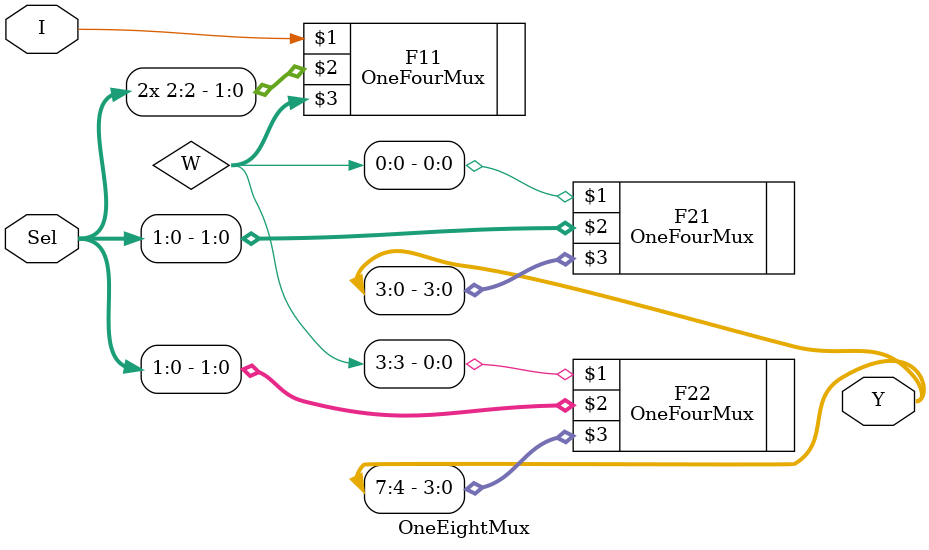
<source format=v>
`include "../OneFourMUX/module.v"

module OneEightMux (
    input I,
    input [2:0] Sel,
    output [7:0] Y
);

  //   assign Y[0] = (!Sel[2]) * (!Sel[1]) * (!Sel[0]) * I;
  //   assign Y[1] = (!Sel[2]) * (!Sel[1]) * (Sel[0]) * I;
  //   assign Y[2] = (!Sel[2]) * (Sel[1]) * (!Sel[0]) * I;
  //   assign Y[3] = (!Sel[2]) * (Sel[1]) * (Sel[0]) * I;
  //   assign Y[4] = (Sel[2]) * (!Sel[1]) * (!Sel[0]) * I;
  //   assign Y[5] = (Sel[2]) * (!Sel[1]) * (Sel[0]) * I;
  //   assign Y[6] = (Sel[2]) * (Sel[1]) * (!Sel[0]) * I;
  //   assign Y[7] = (Sel[2]) * (Sel[1]) * (Sel[0]) * I;

  //   Using 1:2 DeMUX
  //   wire [1:0] W11;
  //   wire [1:0] W21;
  //   wire [1:0] W22;

  //   OneTwoMux T11 (
  //       I,
  //       Sel[2],
  //       W11
  //   );

  //   OneTwoMux T21 (
  //       W11[0],
  //       Sel[1],
  //       W21
  //   );

  //   OneTwoMux T22 (
  //       W11[1],
  //       Sel[1],
  //       W22
  //   );

  //   OneTwoMux T31 (
  //       W21[0],
  //       Sel[0],
  //       Y[1:0]
  //   );
  //   OneTwoMux T32 (
  //       W21[1],
  //       Sel[0],
  //       Y[3:2]
  //   );
  //   OneTwoMux T33 (
  //       W22[0],
  //       Sel[0],
  //       Y[5:4]
  //   );
  //   OneTwoMux T34 (
  //       W22[1],
  //       Sel[0],
  //       Y[7:6]
  //   );

  // Using 1:4 DeMUX
  wire [3:0] W;
  OneFourMux F11 (
      I,
      {Sel[2], Sel[2]},
      W
  );
  OneFourMux F21 (
      W[0],
      Sel[1:0],
      Y[3:0]
  );
  OneFourMux F22 (
      W[3],
      Sel[1:0],
      Y[7:4]
  );


endmodule

</source>
